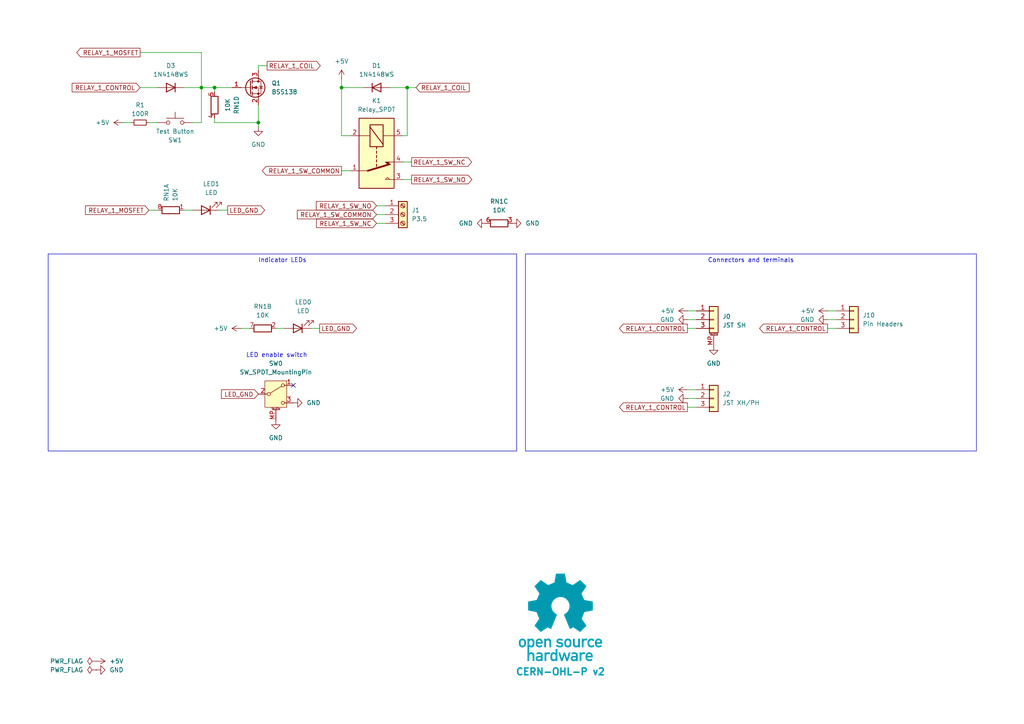
<source format=kicad_sch>
(kicad_sch (version 20231120) (generator "eeschema") (generator_version "8.0")
  (paper "A4")
  (lib_symbols
    (symbol "Connector:Screw_Terminal_01x03" (pin_names (offset 1.016) hide)
      (property "Reference" "J" (at 0 5.08 0))
      (property "Value" "Screw_Terminal_01x03" (at 0 -5.08 0))
      (symbol "Screw_Terminal_01x03_1_1"
        (rectangle (start -1.27 3.81) (end 1.27 -3.81) (stroke (width 0.254)) (fill (type background)))
        (circle (center 0 -2.54) (radius 0.635) (stroke (width 0.1524)))
        (polyline (pts (xy -0.5334 -2.2098) (xy 0.3302 -3.048)) (stroke (width 0.1524)))
        (polyline (pts (xy -0.5334 0.3302) (xy 0.3302 -0.508)) (stroke (width 0.1524)))
        (polyline (pts (xy -0.5334 2.8702) (xy 0.3302 2.032)) (stroke (width 0.1524)))
        (polyline (pts (xy -0.3556 -2.032) (xy 0.508 -2.8702)) (stroke (width 0.1524)))
        (polyline (pts (xy -0.3556 0.508) (xy 0.508 -0.3302)) (stroke (width 0.1524)))
        (polyline (pts (xy -0.3556 3.048) (xy 0.508 2.2098)) (stroke (width 0.1524)))
        (circle (center 0 0) (radius 0.635) (stroke (width 0.1524)))
        (circle (center 0 2.54) (radius 0.635) (stroke (width 0.1524)))
        (pin passive line (at -5.08 2.54 0) (length 3.81) (name "Pin_1") (number "1"))
        (pin passive line (at -5.08 0 0) (length 3.81) (name "Pin_2") (number "2"))
        (pin passive line (at -5.08 -2.54 0) (length 3.81) (name "Pin_3") (number "3"))
      )
    )
    (symbol "Connector_Generic:Conn_01x03" (pin_names (offset 1.016) hide)
      (property "Reference" "J" (at 0 5.08 0))
      (property "Value" "Conn_01x03" (at 0 -5.08 0))
      (symbol "Conn_01x03_1_1"
        (rectangle (start -1.27 -2.413) (end 0 -2.667) (stroke (width 0.1524)))
        (rectangle (start -1.27 0.127) (end 0 -0.127) (stroke (width 0.1524)))
        (rectangle (start -1.27 2.667) (end 0 2.413) (stroke (width 0.1524)))
        (rectangle (start -1.27 3.81) (end 1.27 -3.81) (stroke (width 0.254)) (fill (type background)))
        (pin passive line (at -5.08 2.54 0) (length 3.81) (name "Pin_1") (number "1"))
        (pin passive line (at -5.08 0 0) (length 3.81) (name "Pin_2") (number "2"))
        (pin passive line (at -5.08 -2.54 0) (length 3.81) (name "Pin_3") (number "3"))
      )
    )
    (symbol "Connector_Generic_MountingPin:Conn_01x03_MountingPin" (pin_names (offset 1.016) hide)
      (property "Reference" "J" (at 0 5.08 0))
      (property "Value" "Conn_01x03_MountingPin" (at 1.27 -5.08 0))
      (symbol "Conn_01x03_MountingPin_1_1"
        (rectangle (start -1.27 -2.413) (end 0 -2.667) (stroke (width 0.1524)))
        (rectangle (start -1.27 0.127) (end 0 -0.127) (stroke (width 0.1524)))
        (rectangle (start -1.27 2.667) (end 0 2.413) (stroke (width 0.1524)))
        (rectangle (start -1.27 3.81) (end 1.27 -3.81) (stroke (width 0.254)) (fill (type background)))
        (polyline (pts (xy -1.016 -4.572) (xy 1.016 -4.572)) (stroke (width 0.1524)))
        (text "Mounting" (at 0 -4.191 0) (effects (font (size 0.381 0.381))))
        (pin passive line (at -5.08 2.54 0) (length 3.81) (name "Pin_1") (number "1"))
        (pin passive line (at -5.08 0 0) (length 3.81) (name "Pin_2") (number "2"))
        (pin passive line (at -5.08 -2.54 0) (length 3.81) (name "Pin_3") (number "3"))
        (pin passive line (at 0 -7.62 90) (length 3.048) (name "MountPin") (number "MP"))
      )
    )
    (symbol "Device:LED" (pin_numbers hide) (pin_names (offset 1.016) hide)
      (property "Reference" "D" (at 0 2.54 0))
      (property "Value" "LED" (at 0 -2.54 0))
      (symbol "LED_0_1"
        (polyline (pts (xy -1.27 -1.27) (xy -1.27 1.27)) (stroke (width 0.254)))
        (polyline (pts (xy -1.27 0) (xy 1.27 0)))
        (polyline (pts (xy 1.27 -1.27) (xy 1.27 1.27) (xy -1.27 0) (xy 1.27 -1.27)) (stroke (width 0.254)))
        (polyline (pts (xy -3.048 -0.762) (xy -4.572 -2.286) (xy -3.81 -2.286) (xy -4.572 -2.286) (xy -4.572 -1.524)))
        (polyline (pts (xy -1.778 -0.762) (xy -3.302 -2.286) (xy -2.54 -2.286) (xy -3.302 -2.286) (xy -3.302 -1.524)))
      )
      (symbol "LED_1_1"
        (pin passive line (at -3.81 0 0) (length 2.54) (name "K") (number "1"))
        (pin passive line (at 3.81 0 180) (length 2.54) (name "A") (number "2"))
      )
    )
    (symbol "Device:R_Pack04_Split" (pin_names (offset 0) hide)
      (property "Reference" "RN" (at 2.032 0 90))
      (property "Value" "R_Pack04_Split" (at 0 0 90))
      (symbol "R_Pack04_Split_0_1"
        (rectangle (start 1.016 2.54) (end -1.016 -2.54) (stroke (width 0.254)))
      )
      (symbol "R_Pack04_Split_1_1"
        (pin passive line (at 0 -3.81 90) (length 1.27) (name "R1.1") (number "1"))
        (pin passive line (at 0 3.81 270) (length 1.27) (name "R1.2") (number "8"))
      )
      (symbol "R_Pack04_Split_2_1"
        (pin passive line (at 0 -3.81 90) (length 1.27) (name "R2.1") (number "2"))
        (pin passive line (at 0 3.81 270) (length 1.27) (name "R2.2") (number "7"))
      )
      (symbol "R_Pack04_Split_3_1"
        (pin passive line (at 0 -3.81 90) (length 1.27) (name "R3.1") (number "3"))
        (pin passive line (at 0 3.81 270) (length 1.27) (name "R3.2") (number "6"))
      )
      (symbol "R_Pack04_Split_4_1"
        (pin passive line (at 0 -3.81 90) (length 1.27) (name "R4.1") (number "4"))
        (pin passive line (at 0 3.81 270) (length 1.27) (name "R4.2") (number "5"))
      )
    )
    (symbol "Device:R_Small" (pin_numbers hide) (pin_names (offset 0.254) hide)
      (property "Reference" "R" (at 0.762 0.508 0))
      (property "Value" "R_Small" (at 0.762 -1.016 0))
      (symbol "R_Small_0_1"
        (rectangle (start -0.762 1.778) (end 0.762 -1.778) (stroke (width 0.2032)))
      )
      (symbol "R_Small_1_1"
        (pin passive line (at 0 2.54 270) (length 0.762) (name "~") (number "1"))
        (pin passive line (at 0 -2.54 90) (length 0.762) (name "~") (number "2"))
      )
    )
    (symbol "Diode:1N4148WS" (pin_numbers hide) (pin_names hide)
      (property "Reference" "D" (at 0 2.54 0))
      (property "Value" "1N4148WS" (at 0 -2.54 0))
      (symbol "1N4148WS_0_1"
        (polyline (pts (xy -1.27 1.27) (xy -1.27 -1.27)) (stroke (width 0.254)))
        (polyline (pts (xy 1.27 0) (xy -1.27 0)))
        (polyline (pts (xy 1.27 1.27) (xy 1.27 -1.27) (xy -1.27 0) (xy 1.27 1.27)) (stroke (width 0.254)))
      )
      (symbol "1N4148WS_1_1"
        (pin passive line (at -3.81 0 0) (length 2.54) (name "K") (number "1"))
        (pin passive line (at 3.81 0 180) (length 2.54) (name "A") (number "2"))
      )
    )
    (symbol "Relay:SANYOU_SRD_Form_C"
      (property "Reference" "K" (at 11.43 3.81 0))
      (property "Value" "SANYOU_SRD_Form_C" (at 11.43 1.27 0))
      (symbol "SANYOU_SRD_Form_C_0_0"
        (polyline (pts (xy 7.62 5.08) (xy 7.62 2.54) (xy 6.985 3.175) (xy 7.62 3.81)))
      )
      (symbol "SANYOU_SRD_Form_C_0_1"
        (rectangle (start -10.16 5.08) (end 10.16 -5.08) (stroke (width 0.254)) (fill (type background)))
        (rectangle (start -8.255 1.905) (end -1.905 -1.905) (stroke (width 0.254)))
        (polyline (pts (xy -7.62 -1.905) (xy -2.54 1.905)) (stroke (width 0.254)))
        (polyline (pts (xy -5.08 -5.08) (xy -5.08 -1.905)))
        (polyline (pts (xy -5.08 5.08) (xy -5.08 1.905)))
        (polyline (pts (xy -1.905 0) (xy -1.27 0)) (stroke (width 0.254)))
        (polyline (pts (xy -0.635 0) (xy 0 0)) (stroke (width 0.254)))
        (polyline (pts (xy 0.635 0) (xy 1.27 0)) (stroke (width 0.254)))
        (polyline (pts (xy 1.905 0) (xy 2.54 0)) (stroke (width 0.254)))
        (polyline (pts (xy 3.175 0) (xy 3.81 0)) (stroke (width 0.254)))
        (polyline (pts (xy 5.08 -2.54) (xy 3.175 3.81)) (stroke (width 0.508)))
        (polyline (pts (xy 5.08 -2.54) (xy 5.08 -5.08)))
      )
      (symbol "SANYOU_SRD_Form_C_1_1"
        (polyline (pts (xy 2.54 3.81) (xy 3.175 3.175) (xy 2.54 2.54) (xy 2.54 5.08)) (fill (type outline)))
        (pin passive line (at 5.08 -7.62 90) (length 2.54) (name "~") (number "1"))
        (pin passive line (at -5.08 -7.62 90) (length 2.54) (name "~") (number "2"))
        (pin passive line (at 7.62 7.62 270) (length 2.54) (name "~") (number "3"))
        (pin passive line (at 2.54 7.62 270) (length 2.54) (name "~") (number "4"))
        (pin passive line (at -5.08 7.62 270) (length 2.54) (name "~") (number "5"))
      )
    )
    (symbol "Switch:SW_Push" (pin_numbers hide) (pin_names (offset 1.016) hide)
      (property "Reference" "SW" (at 1.27 2.54 0))
      (property "Value" "SW_Push" (at 0 -1.524 0))
      (symbol "SW_Push_0_1"
        (circle (center -2.032 0) (radius 0.508))
        (polyline (pts (xy 0 1.27) (xy 0 3.048)))
        (polyline (pts (xy 2.54 1.27) (xy -2.54 1.27)))
        (circle (center 2.032 0) (radius 0.508))
        (pin passive line (at -5.08 0 0) (length 2.54) (name "1") (number "1"))
        (pin passive line (at 5.08 0 180) (length 2.54) (name "2") (number "2"))
      )
    )
    (symbol "Transistor_FET:BSS138" (pin_names hide)
      (property "Reference" "Q" (at 5.08 1.905 0))
      (property "Value" "BSS138" (at 5.08 0 0))
      (symbol "BSS138_0_1"
        (polyline (pts (xy 0.254 0) (xy -2.54 0)))
        (polyline (pts (xy 0.254 1.905) (xy 0.254 -1.905)) (stroke (width 0.254)))
        (polyline (pts (xy 0.762 -1.27) (xy 0.762 -2.286)) (stroke (width 0.254)))
        (polyline (pts (xy 0.762 0.508) (xy 0.762 -0.508)) (stroke (width 0.254)))
        (polyline (pts (xy 0.762 2.286) (xy 0.762 1.27)) (stroke (width 0.254)))
        (polyline (pts (xy 2.54 2.54) (xy 2.54 1.778)))
        (polyline (pts (xy 2.54 -2.54) (xy 2.54 0) (xy 0.762 0)))
        (polyline (pts (xy 0.762 -1.778) (xy 3.302 -1.778) (xy 3.302 1.778) (xy 0.762 1.778)))
        (polyline (pts (xy 1.016 0) (xy 2.032 0.381) (xy 2.032 -0.381) (xy 1.016 0)) (fill (type outline)))
        (polyline (pts (xy 2.794 0.508) (xy 2.921 0.381) (xy 3.683 0.381) (xy 3.81 0.254)))
        (polyline (pts (xy 3.302 0.381) (xy 2.921 -0.254) (xy 3.683 -0.254) (xy 3.302 0.381)))
        (circle (center 1.651 0) (radius 2.794) (stroke (width 0.254)))
        (circle (center 2.54 -1.778) (radius 0.254) (fill (type outline)))
        (circle (center 2.54 1.778) (radius 0.254) (fill (type outline)))
      )
      (symbol "BSS138_1_1"
        (pin input line (at -5.08 0 0) (length 2.54) (name "G") (number "1"))
        (pin passive line (at 2.54 -5.08 90) (length 2.54) (name "S") (number "2"))
        (pin passive line (at 2.54 5.08 270) (length 2.54) (name "D") (number "3"))
      )
    )
    (symbol "custom:SW_SPDT_MountingPin" (pin_names (offset 0) hide)
      (property "Reference" "SW" (at 0 5.08 0))
      (property "Value" "SW_SPDT_MountingPin" (at 0 -5.08 0))
      (symbol "SW_SPDT_MountingPin_0_1"
        (circle (center -2.032 0) (radius 0.4572))
        (polyline (pts (xy -1.651 0.254) (xy 1.651 2.286)))
        (circle (center 2.032 -2.54) (radius 0.4572))
        (circle (center 2.032 2.54) (radius 0.4572))
      )
      (symbol "SW_SPDT_MountingPin_1_1"
        (rectangle (start -3.175 3.81) (end 3.175 -3.81) (fill (type background)))
        (polyline (pts (xy -1.016 -4.572) (xy 1.016 -4.572)) (stroke (width 0.1524)))
        (text "Mounting" (at 0 -4.191 0) (effects (font (size 0.381 0.381))))
        (pin passive line (at 5.08 2.54 180) (length 2.54) (name "A") (number "1"))
        (pin passive line (at -5.08 0 0) (length 2.54) (name "B") (number "2"))
        (pin passive line (at 5.08 -2.54 180) (length 2.54) (name "C") (number "3"))
        (pin passive line (at 0 -7.62 90) (length 3.048) (name "MountPin") (number "MP"))
      )
    )
    (symbol "power:+5V" (power) (pin_numbers hide) (pin_names (offset 0) hide)
      (property "Value" "+5V" (at 0 3.556 0))
      (symbol "+5V_0_1"
        (polyline (pts (xy -0.762 1.27) (xy 0 2.54)))
        (polyline (pts (xy 0 0) (xy 0 2.54)))
        (polyline (pts (xy 0 2.54) (xy 0.762 1.27)))
      )
      (symbol "+5V_1_1"
        (pin power_in line (at 0 0 90) (length 0) (name "~") (number "1"))
      )
    )
    (symbol "power:GND" (power) (pin_numbers hide) (pin_names (offset 0) hide)
      (property "Value" "GND" (at 0 -3.81 0))
      (symbol "GND_0_1"
        (polyline (pts (xy 0 0) (xy 0 -1.27) (xy 1.27 -1.27) (xy 0 -2.54) (xy -1.27 -1.27) (xy 0 -1.27)))
      )
      (symbol "GND_1_1"
        (pin power_in line (at 0 0 270) (length 0) (name "~") (number "1"))
      )
    )
    (symbol "power:PWR_FLAG" (power) (pin_numbers hide) (pin_names (offset 0) hide)
      (property "Value" "PWR_FLAG" (at 0 3.81 0))
      (symbol "PWR_FLAG_0_0"
        (pin power_out line (at 0 0 90) (length 0) (name "~") (number "1"))
      )
      (symbol "PWR_FLAG_0_1"
        (polyline (pts (xy 0 0) (xy 0 1.27) (xy -1.016 1.905) (xy 0 2.54) (xy 1.016 1.905) (xy 0 1.27)))
      )
    )
    (symbol "power:VCC" (power) (pin_numbers hide) (pin_names (offset 0) hide)
      (property "Value" "VCC" (at 0 3.556 0))
      (symbol "VCC_0_1"
        (polyline (pts (xy -0.762 1.27) (xy 0 2.54)))
        (polyline (pts (xy 0 0) (xy 0 2.54)))
        (polyline (pts (xy 0 2.54) (xy 0.762 1.27)))
      )
      (symbol "VCC_1_1"
        (pin power_in line (at 0 0 90) (length 0) (name "~") (number "1"))
      )
    )
  )
  (junction (at 74.93 35.56))
  (junction (at 99.06 25.4))
  (junction (at 118.11 25.4))
  (junction (at 62.23 25.4))
  (junction (at 58.42 25.4))
  (no_connect (at 85.09 111.76))
  (wire (pts (xy 58.42 15.24) (xy 58.42 25.4)))
  (wire (pts (xy 113.03 25.4) (xy 118.11 25.4)))
  (wire (pts (xy 201.93 115.57) (xy 199.39 115.57)))
  (wire (pts (xy 40.64 25.4) (xy 45.72 25.4)))
  (wire (pts (xy 116.84 46.99) (xy 119.38 46.99)))
  (wire (pts (xy 242.57 90.17) (xy 240.03 90.17)))
  (wire (pts (xy 53.34 25.4) (xy 58.42 25.4)))
  (wire (pts (xy 58.42 25.4) (xy 62.23 25.4)))
  (wire (pts (xy 118.11 25.4) (xy 118.11 39.37)))
  (wire (pts (xy 62.23 25.4) (xy 67.31 25.4)))
  (wire (pts (xy 43.18 35.56) (xy 45.72 35.56)))
  (wire (pts (xy 201.93 92.71) (xy 199.39 92.71)))
  (wire (pts (xy 80.01 95.25) (xy 82.55 95.25)))
  (wire (pts (xy 74.93 30.48) (xy 74.93 35.56)))
  (wire (pts (xy 109.22 64.77) (xy 111.76 64.77)))
  (wire (pts (xy 99.06 49.53) (xy 101.6 49.53)))
  (wire (pts (xy 58.42 35.56) (xy 58.42 25.4)))
  (wire (pts (xy 74.93 35.56) (xy 74.93 36.83)))
  (wire (pts (xy 35.56 35.56) (xy 38.1 35.56)))
  (wire (pts (xy 119.38 52.07) (xy 116.84 52.07)))
  (wire (pts (xy 109.22 59.69) (xy 111.76 59.69)))
  (wire (pts (xy 99.06 25.4) (xy 105.41 25.4)))
  (wire (pts (xy 53.34 60.96) (xy 55.88 60.96)))
  (wire (pts (xy 92.71 95.25) (xy 90.17 95.25)))
  (wire (pts (xy 118.11 25.4) (xy 120.65 25.4)))
  (wire (pts (xy 99.06 22.86) (xy 99.06 25.4)))
  (wire (pts (xy 99.06 39.37) (xy 99.06 25.4)))
  (wire (pts (xy 201.93 90.17) (xy 199.39 90.17)))
  (wire (pts (xy 242.57 92.71) (xy 240.03 92.71)))
  (wire (pts (xy 69.85 95.25) (xy 72.39 95.25)))
  (wire (pts (xy 201.93 113.03) (xy 199.39 113.03)))
  (wire (pts (xy 74.93 19.05) (xy 74.93 20.32)))
  (wire (pts (xy 118.11 39.37) (xy 116.84 39.37)))
  (wire (pts (xy 62.23 34.29) (xy 62.23 35.56)))
  (wire (pts (xy 62.23 25.4) (xy 62.23 26.67)))
  (wire (pts (xy 242.57 95.25) (xy 240.03 95.25)))
  (wire (pts (xy 62.23 35.56) (xy 74.93 35.56)))
  (wire (pts (xy 77.47 19.05) (xy 74.93 19.05)))
  (wire (pts (xy 43.18 60.96) (xy 45.72 60.96)))
  (wire (pts (xy 40.64 15.24) (xy 58.42 15.24)))
  (wire (pts (xy 109.22 62.23) (xy 111.76 62.23)))
  (wire (pts (xy 55.88 35.56) (xy 58.42 35.56)))
  (wire (pts (xy 101.6 39.37) (xy 99.06 39.37)))
  (wire (pts (xy 201.93 95.25) (xy 199.39 95.25)))
  (wire (pts (xy 201.93 118.11) (xy 199.39 118.11)))
  (wire (pts (xy 66.04 60.96) (xy 63.5 60.96)))
  (image (at 162.56 179.07) (scale 0.37481))
  (text_box "Indicator LEDs" (at 13.97 73.66 0) (size 135.89 57.15) (effects (font (size 1.27 1.27)) (justify top)))
  (text_box "Connectors and terminals" (at 152.4 73.66 0) (size 130.81 57.15) (effects (font (size 1.27 1.27)) (justify top)))
  (text "CERN-OHL-P v2" (at 162.56 195.072 0) (effects (font (size 2 2) (thickness 0.4) (bold yes))))
  (text "LED enable switch" (at 80.264 103.124 0) (effects (font (size 1.27 1.27))))
  (global_label "RELAY_1_CONTROL" (shape output) (at 199.39 95.25 180) (property "Intersheetrefs" "${INTERSHEET_REFS}" (effects (hide yes))))
  (global_label "RELAY_1_CONTROL" (shape input) (at 40.64 25.4 180) (property "Intersheetrefs" "${INTERSHEET_REFS}" (effects (hide yes))))
  (global_label "LED_GND" (shape input) (at 74.93 114.3 180) (property "Intersheetrefs" "${INTERSHEET_REFS}" (effects (hide yes))))
  (global_label "RELAY_1_CONTROL" (shape output) (at 199.39 118.11 180) (property "Intersheetrefs" "${INTERSHEET_REFS}" (effects (hide yes))))
  (global_label "LED_GND" (shape output) (at 92.71 95.25 0) (property "Intersheetrefs" "${INTERSHEET_REFS}" (effects (hide yes))))
  (global_label "RELAY_1_SW_NO" (shape output) (at 119.38 52.07 0) (property "Intersheetrefs" "${INTERSHEET_REFS}" (effects (hide yes))))
  (global_label "RELAY_1_SW_COMMON" (shape input) (at 109.22 62.23 180) (property "Intersheetrefs" "${INTERSHEET_REFS}" (effects (hide yes))))
  (global_label "RELAY_1_MOSFET" (shape input) (at 43.18 60.96 180) (property "Intersheetrefs" "${INTERSHEET_REFS}" (effects (hide yes))))
  (global_label "RELAY_1_SW_NC" (shape input) (at 109.22 64.77 180) (property "Intersheetrefs" "${INTERSHEET_REFS}" (effects (hide yes))))
  (global_label "LED_GND" (shape output) (at 66.04 60.96 0) (property "Intersheetrefs" "${INTERSHEET_REFS}" (effects (hide yes))))
  (global_label "RELAY_1_SW_NO" (shape input) (at 109.22 59.69 180) (property "Intersheetrefs" "${INTERSHEET_REFS}" (effects (hide yes))))
  (global_label "RELAY_1_COIL" (shape output) (at 77.47 19.05 0) (property "Intersheetrefs" "${INTERSHEET_REFS}" (effects (hide yes))))
  (global_label "RELAY_1_SW_NC" (shape output) (at 119.38 46.99 0) (property "Intersheetrefs" "${INTERSHEET_REFS}" (effects (hide yes))))
  (global_label "RELAY_1_SW_COMMON" (shape output) (at 99.06 49.53 180) (property "Intersheetrefs" "${INTERSHEET_REFS}" (effects (hide yes))))
  (global_label "RELAY_1_CONTROL" (shape output) (at 240.03 95.25 180) (property "Intersheetrefs" "${INTERSHEET_REFS}" (effects (hide yes))))
  (global_label "RELAY_1_MOSFET" (shape output) (at 40.64 15.24 180) (property "Intersheetrefs" "${INTERSHEET_REFS}" (effects (hide yes))))
  (global_label "RELAY_1_COIL" (shape input) (at 120.65 25.4 0) (property "Intersheetrefs" "${INTERSHEET_REFS}" (effects (hide yes))))
  (symbol (lib_id "Connector_Generic:Conn_01x03") (at 247.65 92.71 0) (unit 1)
    (property "Reference" "J10" (at 250.19 91.4399 0) (effects (justify left)))
    (property "Value" "Pin Headers" (at 250.19 93.9799 0) (effects (justify left)))
    (property "Footprint" "custom:PinHeader_1x03_P2.54mm_Vertical_simple_pad2gnd" (effects (hide yes)))
    (property "Description" "Generic connector, single row, 01x03, script generated (kicad-library-utils/schlib/autogen/connector/)" (effects (hide yes)))
  )
  (symbol (lib_id "power:GND") (at 80.01 121.92 0) (unit 1)
    (property "Reference" "#PWR016" (effects (hide yes)))
    (property "Value" "GND" (at 80.01 127 0))
    (property "Description" "Power symbol creates a global label with name \"GND\" , ground" (effects (hide yes)))
  )
  (symbol (lib_id "power:GND") (at 85.09 116.84 90) (unit 1)
    (property "Reference" "#PWR07" (effects (hide yes)))
    (property "Value" "GND" (at 88.9 116.8399 90) (effects (justify right)))
    (property "Description" "Power symbol creates a global label with name \"GND\" , ground" (effects (hide yes)))
  )
  (symbol (lib_id "Device:LED") (at 59.69 60.96 180) (unit 1)
    (property "Reference" "LED1" (at 61.2775 53.34 0))
    (property "Value" "LED" (at 61.2775 55.88 0))
    (property "Footprint" "custom:LED_0805_2012Metric_Pad1.15x1.40mm_HandSolder_simple" (effects (hide yes)))
    (property "Description" "Light emitting diode" (effects (hide yes)))
  )
  (symbol (lib_id "Diode:1N4148WS") (at 109.22 25.4 0) (unit 1)
    (property "Reference" "D1" (at 109.22 19.05 0))
    (property "Value" "1N4148WS" (at 109.22 21.59 0))
    (property "Footprint" "custom:D_SOD-323_HandSoldering_simple" (effects (hide yes)))
    (property "Datasheet" "https://www.vishay.com/docs/85751/1n4148ws.pdf" (effects (hide yes)))
    (property "Description" "75V 0.15A Fast switching Diode, SOD-323" (effects (hide yes)))
    (property "Sim.Device" "D" (effects (hide yes)))
    (property "Sim.Pins" "1=K 2=A" (effects (hide yes)))
  )
  (symbol (lib_id "Device:LED") (at 86.36 95.25 180) (unit 1)
    (property "Reference" "LED0" (at 87.9475 87.63 0))
    (property "Value" "LED" (at 87.9475 90.17 0))
    (property "Footprint" "custom:LED_0805_2012Metric_Pad1.15x1.40mm_HandSolder_simple" (effects (hide yes)))
    (property "Description" "Light emitting diode" (effects (hide yes)))
  )
  (symbol (lib_id "power:VCC") (at 27.94 191.77 270) (unit 1)
    (property "Reference" "#PWR01" (effects (hide yes)))
    (property "Value" "+5V" (at 31.75 191.7699 90) (effects (justify left)))
    (property "Description" "Power symbol creates a global label with name \"VCC\"" (effects (hide yes)))
  )
  (symbol (lib_id "Device:R_Pack04_Split") (at 76.2 95.25 90) (unit 2)
    (property "Reference" "RN1" (at 76.2 88.9 90))
    (property "Value" "10K" (at 76.2 91.44 90))
    (property "Footprint" "Resistor_SMD:R_Array_Convex_4x0603" (effects (hide yes)))
    (property "Description" "4 resistor network, parallel topology, split" (effects (hide yes)))
  )
  (symbol (lib_id "power:GND") (at 240.03 92.71 270) (mirror x) (unit 1)
    (property "Reference" "#PWR015" (effects (hide yes)))
    (property "Value" "GND" (at 236.22 92.7099 90) (effects (justify right)))
    (property "Description" "Power symbol creates a global label with name \"GND\" , ground" (effects (hide yes)))
  )
  (symbol (lib_id "power:GND") (at 140.97 64.77 270) (unit 1)
    (property "Reference" "#PWR017" (effects (hide yes)))
    (property "Value" "GND" (at 137.16 64.7699 90) (effects (justify right)))
    (property "Description" "Power symbol creates a global label with name \"GND\" , ground" (effects (hide yes)))
  )
  (symbol (lib_id "power:+5V") (at 199.39 113.03 90) (unit 1)
    (property "Reference" "#PWR010" (effects (hide yes)))
    (property "Value" "+5V" (at 195.58 113.0299 90) (effects (justify left)))
    (property "Description" "Power symbol creates a global label with name \"+5V\"" (effects (hide yes)))
  )
  (symbol (lib_id "Connector_Generic:Conn_01x03") (at 207.01 115.57 0) (unit 1)
    (property "Reference" "J2" (at 209.55 114.2999 0) (effects (justify left)))
    (property "Value" "JST XH/PH" (at 209.55 116.8399 0) (effects (justify left)))
    (property "Footprint" "custom:Conn_Combo_JST-1x03-XH_PH-THT_pad2gnd" (effects (hide yes)))
    (property "Description" "Generic connector, single row, 01x03, script generated (kicad-library-utils/schlib/autogen/connector/)" (effects (hide yes)))
  )
  (symbol (lib_id "power:GND") (at 27.94 194.31 90) (unit 1)
    (property "Reference" "#PWR02" (effects (hide yes)))
    (property "Value" "GND" (at 31.75 194.3099 90) (effects (justify right)))
    (property "Description" "Power symbol creates a global label with name \"GND\" , ground" (effects (hide yes)))
  )
  (symbol (lib_id "power:+5V") (at 99.06 22.86 0) (unit 1)
    (property "Reference" "#PWR04" (effects (hide yes)))
    (property "Value" "+5V" (at 99.06 17.78 0))
    (property "Description" "Power symbol creates a global label with name \"+5V\"" (effects (hide yes)))
  )
  (symbol (lib_id "power:GND") (at 74.93 36.83 0) (unit 1)
    (property "Reference" "#PWR03" (effects (hide yes)))
    (property "Value" "GND" (at 74.93 41.91 0))
    (property "Description" "Power symbol creates a global label with name \"GND\" , ground" (effects (hide yes)))
  )
  (symbol (lib_id "Relay:SANYOU_SRD_Form_C") (at 109.22 44.45 270) (unit 1)
    (property "Reference" "K1" (at 109.22 29.21 90))
    (property "Value" "Relay_SPDT" (at 109.22 31.75 90))
    (property "Footprint" "Relay_THT:Relay_SPDT_SANYOU_SRD_Series_Form_C" (effects (hide yes)))
    (property "Datasheet" "http://www.sanyourelay.ca/public/products/pdf/SRD.pdf" (effects (hide yes)))
    (property "Description" "Sanyo SRD relay, Single Pole Miniature Power Relay," (effects (hide yes)))
  )
  (symbol (lib_id "Connector:Screw_Terminal_01x03") (at 116.84 62.23 0) (unit 1)
    (property "Reference" "J1" (at 119.38 60.9599 0) (effects (justify left)))
    (property "Value" "P3.5" (at 119.38 63.4999 0) (effects (justify left)))
    (property "Footprint" "custom:Conn_Combo_TerminalBlock_P3.5_JST-XH_PH_1x03" (effects (hide yes)))
    (property "Description" "Generic screw terminal, single row, 01x03, script generated (kicad-library-utils/schlib/autogen/connector/)" (effects (hide yes)))
  )
  (symbol (lib_id "Connector_Generic_MountingPin:Conn_01x03_MountingPin") (at 207.01 92.71 0) (unit 1)
    (property "Reference" "J0" (at 209.55 91.7955 0) (effects (justify left)))
    (property "Value" "JST SH" (at 209.55 94.3355 0) (effects (justify left)))
    (property "Footprint" "connectors:JST_SH_SM03B-SRSS-TB_1x03-1MP_P1.00mm_Horizontal" (effects (hide yes)))
    (property "Description" "Generic connectable mounting pin connector, single row, 01x03, script generated (kicad-library-utils/schlib/autogen/connector/)" (effects (hide yes)))
  )
  (symbol (lib_id "Device:R_Pack04_Split") (at 144.78 64.77 90) (unit 3)
    (property "Reference" "RN1" (at 144.78 58.42 90))
    (property "Value" "10K" (at 144.78 60.96 90))
    (property "Footprint" "Resistor_SMD:R_Array_Convex_4x0603" (effects (hide yes)))
    (property "Description" "4 resistor network, parallel topology, split" (effects (hide yes)))
  )
  (symbol (lib_id "power:PWR_FLAG") (at 27.94 191.77 90) (unit 1)
    (property "Reference" "#FLG01" (effects (hide yes)))
    (property "Value" "PWR_FLAG" (at 24.13 191.7699 90) (effects (justify left)))
    (property "Description" "Special symbol for telling ERC where power comes from" (effects (hide yes)))
  )
  (symbol (lib_id "Device:R_Small") (at 40.64 35.56 270) (unit 1)
    (property "Reference" "R1" (at 40.64 30.48 90))
    (property "Value" "100R" (at 40.64 33.02 90))
    (property "Footprint" "Resistor_SMD:R_0805_2012Metric_Pad1.20x1.40mm_HandSolder" (effects (hide yes)))
    (property "Description" "Resistor, small symbol" (effects (hide yes)))
  )
  (symbol (lib_id "power:+5V") (at 199.39 90.17 90) (unit 1)
    (property "Reference" "#PWR05" (effects (hide yes)))
    (property "Value" "+5V" (at 195.58 90.1699 90) (effects (justify left)))
    (property "Description" "Power symbol creates a global label with name \"+5V\"" (effects (hide yes)))
  )
  (symbol (lib_id "Transistor_FET:BSS138") (at 72.39 25.4 0) (unit 1)
    (property "Reference" "Q1" (at 78.74 24.1299 0) (effects (justify left)))
    (property "Value" "BSS138" (at 78.74 26.6699 0) (effects (justify left)))
    (property "Footprint" "custom:SOT-23_simple" (effects (hide yes)))
    (property "Datasheet" "https://www.onsemi.com/pub/Collateral/BSS138-D.PDF" (effects (hide yes)))
    (property "Description" "50V Vds, 0.22A Id, N-Channel MOSFET, SOT-23" (effects (hide yes)))
  )
  (symbol (lib_id "power:GND") (at 207.01 100.33 0) (mirror y) (unit 1)
    (property "Reference" "#PWR013" (effects (hide yes)))
    (property "Value" "GND" (at 207.01 105.41 0))
    (property "Description" "Power symbol creates a global label with name \"GND\" , ground" (effects (hide yes)))
  )
  (symbol (lib_id "power:GND") (at 148.59 64.77 90) (unit 1)
    (property "Reference" "#PWR012" (effects (hide yes)))
    (property "Value" "GND" (at 152.4 64.7699 90) (effects (justify right)))
    (property "Description" "Power symbol creates a global label with name \"GND\" , ground" (effects (hide yes)))
  )
  (symbol (lib_id "power:GND") (at 199.39 92.71 270) (mirror x) (unit 1)
    (property "Reference" "#PWR06" (effects (hide yes)))
    (property "Value" "GND" (at 195.58 92.7099 90) (effects (justify right)))
    (property "Description" "Power symbol creates a global label with name \"GND\" , ground" (effects (hide yes)))
  )
  (symbol (lib_id "power:+5V") (at 69.85 95.25 90) (unit 1)
    (property "Reference" "#PWR08" (effects (hide yes)))
    (property "Value" "+5V" (at 66.04 95.2499 90) (effects (justify left)))
    (property "Description" "Power symbol creates a global label with name \"+5V\"" (effects (hide yes)))
  )
  (symbol (lib_id "power:PWR_FLAG") (at 27.94 194.31 90) (unit 1)
    (property "Reference" "#FLG02" (effects (hide yes)))
    (property "Value" "PWR_FLAG" (at 24.13 194.3099 90) (effects (justify left)))
    (property "Description" "Special symbol for telling ERC where power comes from" (effects (hide yes)))
  )
  (symbol (lib_id "power:+5V") (at 240.03 90.17 90) (unit 1)
    (property "Reference" "#PWR014" (effects (hide yes)))
    (property "Value" "+5V" (at 236.22 90.1699 90) (effects (justify left)))
    (property "Description" "Power symbol creates a global label with name \"+5V\"" (effects (hide yes)))
  )
  (symbol (lib_id "custom:SW_SPDT_MountingPin") (at 80.01 114.3 0) (unit 1)
    (property "Reference" "SW0" (at 80.01 105.41 0))
    (property "Value" "SW_SPDT_MountingPin" (at 80.01 107.95 0))
    (property "Footprint" "lcsc:SW-SMD_3P-P1.50_L2.7-W6.6" (effects (hide yes)))
    (property "Description" "Switch, single pole double throw" (effects (hide yes)))
  )
  (symbol (lib_id "Switch:SW_Push") (at 50.8 35.56 0) (mirror y) (unit 1)
    (property "Reference" "SW1" (at 50.8 40.64 0))
    (property "Value" "Test Button" (at 50.8 38.1 0))
    (property "Footprint" "lcsc:SW-SMD_BZCN_TSA002A35XXX" (effects (hide yes)))
    (property "Description" "Push button switch, generic, two pins" (effects (hide yes)))
  )
  (symbol (lib_id "Diode:1N4148WS") (at 49.53 25.4 180) (unit 1)
    (property "Reference" "D3" (at 49.53 19.05 0))
    (property "Value" "1N4148WS" (at 49.53 21.59 0))
    (property "Footprint" "custom:D_SOD-323_HandSoldering_simple" (effects (hide yes)))
    (property "Datasheet" "https://www.vishay.com/docs/85751/1n4148ws.pdf" (effects (hide yes)))
    (property "Description" "75V 0.15A Fast switching Diode, SOD-323" (effects (hide yes)))
    (property "Sim.Device" "D" (effects (hide yes)))
    (property "Sim.Pins" "1=K 2=A" (effects (hide yes)))
  )
  (symbol (lib_id "power:+5V") (at 35.56 35.56 90) (unit 1)
    (property "Reference" "#PWR09" (effects (hide yes)))
    (property "Value" "+5V" (at 31.75 35.5599 90) (effects (justify left)))
    (property "Description" "Power symbol creates a global label with name \"+5V\"" (effects (hide yes)))
  )
  (symbol (lib_id "Device:R_Pack04_Split") (at 49.53 60.96 90) (unit 1)
    (property "Reference" "RN1" (at 48.2599 58.42 0) (effects (justify left)))
    (property "Value" "10K" (at 50.7999 58.42 0) (effects (justify left)))
    (property "Footprint" "Resistor_SMD:R_Array_Convex_4x0603" (effects (hide yes)))
    (property "Description" "4 resistor network, parallel topology, split" (effects (hide yes)))
  )
  (symbol (lib_id "Device:R_Pack04_Split") (at 62.23 30.48 0) (unit 4)
    (property "Reference" "RN1" (at 68.58 30.48 90))
    (property "Value" "10K" (at 66.04 30.48 90))
    (property "Footprint" "Resistor_SMD:R_Array_Convex_4x0603" (effects (hide yes)))
    (property "Description" "4 resistor network, parallel topology, split" (effects (hide yes)))
  )
  (symbol (lib_id "power:GND") (at 199.39 115.57 270) (mirror x) (unit 1)
    (property "Reference" "#PWR011" (effects (hide yes)))
    (property "Value" "GND" (at 195.58 115.5699 90) (effects (justify right)))
    (property "Description" "Power symbol creates a global label with name \"GND\" , ground" (effects (hide yes)))
  )
)
</source>
